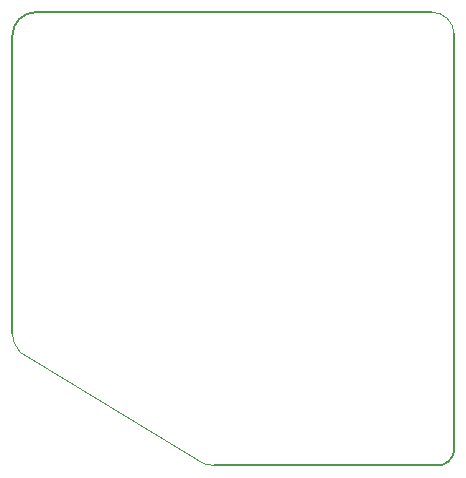
<source format=gbr>
%TF.GenerationSoftware,KiCad,Pcbnew,7.0.6*%
%TF.CreationDate,2023-07-29T21:44:08+03:00*%
%TF.ProjectId,cat-toy-stm-c0,6361742d-746f-4792-9d73-746d2d63302e,rev?*%
%TF.SameCoordinates,Original*%
%TF.FileFunction,Profile,NP*%
%FSLAX46Y46*%
G04 Gerber Fmt 4.6, Leading zero omitted, Abs format (unit mm)*
G04 Created by KiCad (PCBNEW 7.0.6) date 2023-07-29 21:44:08*
%MOMM*%
%LPD*%
G01*
G04 APERTURE LIST*
%TA.AperFunction,Profile*%
%ADD10C,0.100000*%
%TD*%
%TA.AperFunction,Profile*%
%ADD11C,0.200000*%
%TD*%
G04 APERTURE END LIST*
D10*
X203399999Y-70800000D02*
G75*
G03*
X201500000Y-68997371I-1899999J-100000D01*
G01*
X166643963Y-97756037D02*
X181690886Y-106945486D01*
X166000000Y-96150000D02*
G75*
G03*
X166643963Y-97756037I2200000J-50000D01*
G01*
X181690886Y-106945486D02*
G75*
G03*
X183090000Y-107380000I1309114J1745486D01*
G01*
D11*
X168000000Y-69000000D02*
G75*
G03*
X166000000Y-71000000I0J-2000000D01*
G01*
X202000000Y-107381782D02*
G75*
G03*
X203400000Y-106250000I0J1431782D01*
G01*
X203400000Y-96650000D02*
X203400000Y-106250000D01*
X183090000Y-107380000D02*
X202000000Y-107381782D01*
X166000000Y-71000000D02*
X166000000Y-96150000D01*
X201500000Y-68997371D02*
X168000000Y-69000000D01*
X203400000Y-81600000D02*
X203400000Y-70800000D01*
X203400000Y-96650000D02*
X203400000Y-81600000D01*
M02*

</source>
